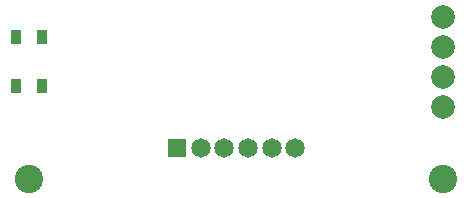
<source format=gts>
G04 EAGLE Gerber RS-274X export*
G75*
%MOMM*%
%FSLAX34Y34*%
%LPD*%
%INSoldermask Top*%
%IPPOS*%
%AMOC8*
5,1,8,0,0,1.08239X$1,22.5*%
G01*
G04 Define Apertures*
%ADD10C,2.403200*%
%ADD11R,1.643200X1.643200*%
%ADD12C,1.643200*%
%ADD13C,2.003200*%
%ADD14R,0.853200X1.253200*%
D10*
X-175000Y-160000D03*
X175000Y-160000D03*
D11*
X-50000Y-133300D03*
D12*
X-30000Y-133300D03*
X-10000Y-133300D03*
X10000Y-133300D03*
X30000Y-133300D03*
X50000Y-133300D03*
D13*
X175500Y-22400D03*
X175500Y-47800D03*
X175500Y-73200D03*
X175500Y-98600D03*
D14*
X-186250Y-81250D03*
X-186250Y-39750D03*
X-164750Y-81250D03*
X-164750Y-39750D03*
M02*

</source>
